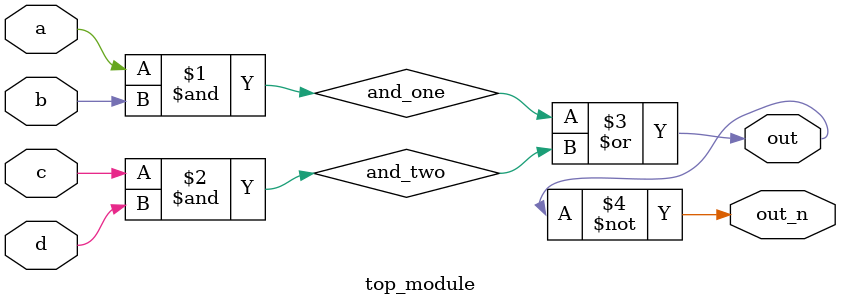
<source format=v>
module top_module (
    input a, b, c, d,
    output out, out_n
);

    wire and_one;
    wire and_two;

    assign and_one = a & b;
    assign and_two = c & d;

    assign out = and_one | and_two;

    assign out_n = ~ out;

endmodule
</source>
